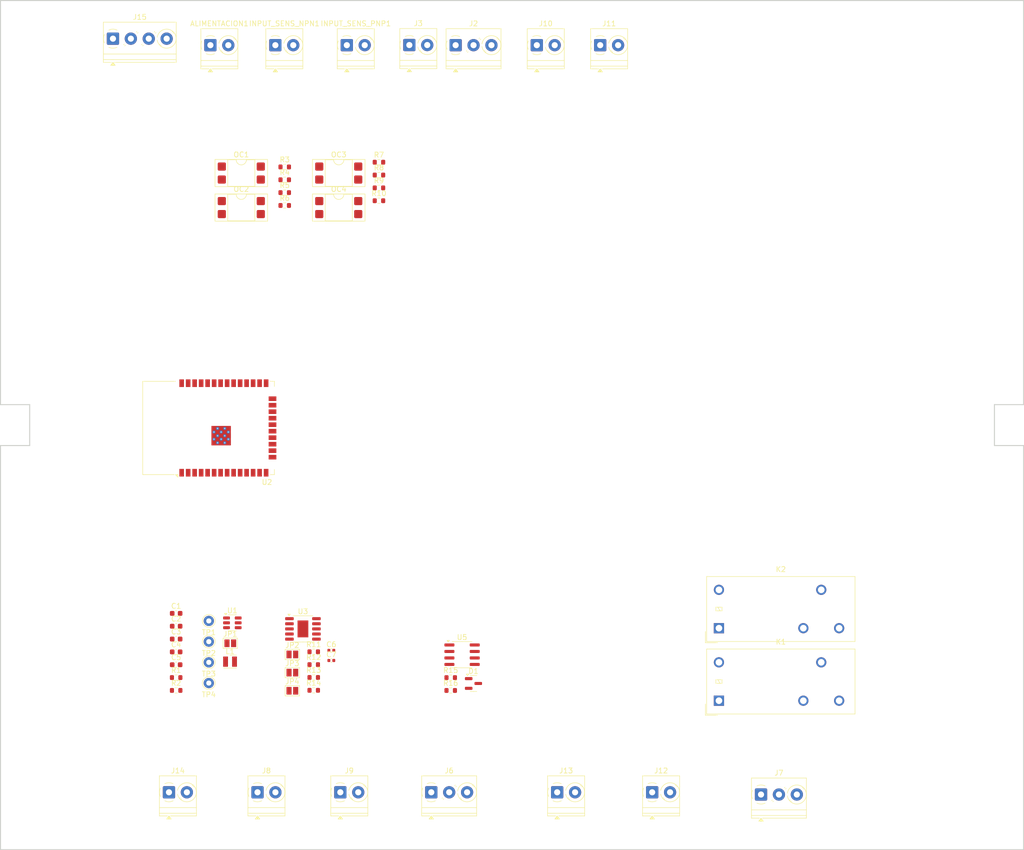
<source format=kicad_pcb>
(kicad_pcb (version 20241229) (generator "pcbnew") (generator_version "9.0")
  (layers (0 "F.Cu" signal) (2 "B.Cu" signal) (13 "F.Paste" user) (15 "B.Paste" user) (5 "F.SilkS" user "F.Silkscreen") (7 "B.SilkS" user "B.Silkscreen") (1 "F.Mask" user) (3 "B.Mask" user) (25 "Edge.Cuts" user))
  (net 0 "")
  (net 1 "/RUN")
  (net 2 "/BOARD/COS")
  (net 3 "/BOARD/STOP")
  (net 4 "GND")
  (net 5 "/RELAY1 NA")
  (net 6 "/RELAY1 NC")
  (net 7 "/RELAY1 COS")
  (net 8 "/RS-485 A")
  (net 9 "/RS-485 B")
  (net 10 "/RELAY2 NA")
  (net 11 "/RELAY2 COS")
  (net 12 "/RELAY2 NC")
  (net 13 "VCC")
  (net 14 "/BOARD/E-NPN 0")
  (net 15 "/BOARD/E-NPN 1")
  (net 16 "/BOARD/E-PNP 1")
  (net 17 "/BOARD/E-PNP 0")
  (net 18 "/BOARD/E-0-32V")
  (net 19 "/S-4-20mA analog")
  (net 20 "/BOARD/S-NPN 1")
  (net 21 "/BOARD/S-NPN 0")
  (net 22 "/BOARD/S-PNP 0")
  (net 23 "/BOARD/S-PNP 1")
  (net 24 "/BOARD/E-0-10V")
  (net 25 "/E-4-20mA analog")
  (net 26 "/BOARD/S-0-10V")
  (net 27 "/BOARD/S-0-32V")
  (net 28 "Net-(JP3-B)")
  (net 29 "Net-(U3-V5V)")
  (net 30 "Net-(JP2-B)")
  (net 31 "Net-(U3-SET)")
  (net 32 "+3.3V")
  (net 33 "Net-(OC4-Pad1)")
  (net 34 "Net-(OC3-Pad1)")
  (net 35 "Net-(U1-FB)")
  (net 36 "Net-(JP1-B)")
  (net 37 "Net-(OC2-Pad1)")
  (net 38 "Net-(OC1-Pad1)")
  (net 39 "Net-(JP4-B)")
  (net 40 "/BOARD/RS485/RS-485 A")
  (net 41 "Net-(U5-A)")
  (net 42 "Net-(U5-B)")
  (net 43 "/BOARD/RS485/RS-485 B")
  (net 44 "/BOARD/RELAY/RELAY2 NA")
  (net 45 "/BOARD/RELAY/ACT_RELAY2")
  (net 46 "/BOARD/RELAY/RELAY2 NC")
  (net 47 "/BOARD/RELAY/RELAY2 COS")
  (net 48 "/BOARD/RELAY/RELAY1 NC")
  (net 49 "/BOARD/RELAY/RELAY1 NA")
  (net 50 "/BOARD/RELAY/ACT_RELAY1")
  (net 51 "/BOARD/RELAY/RELAY1 COS")
  (net 74 "+5V")
  (net 87 "Net-(U1-BST)")
  (net 88 "Net-(U1-SW)")
  (net 92 "/BOARD/RS485/UART_TX")
  (net 93 "/BOARD/RS485/UART_RX")
  (net 94 "/BOARD/RS485/~{TX}{slash}RX")
  (footprint "TerminalBlock_Phoenix:TerminalBlock_Phoenix_PT-1,5-2-3.5-H_1x02_P3.50mm_Horizontal" (layer "F.Cu") (at 214.15 215.9)
    (property "Reference" "J13" (at 1.75 -4.22 0) (layer "F.SilkS"))
    (property "Value" "salida 0-32")
    (pad "1" thru_hole roundrect (at 0 0) (size 2.4 2.4) (drill 1.2) (layers "*.Cu" "*.Mask") (roundrect_rratio 0.104167) (net 27 "/BOARD/S-0-32V"))
    (pad "2" thru_hole circle (at 3.5 0) (size 2.4 2.4) (drill 1.2) (layers "*.Cu" "*.Mask") (net 4 "GND"))
  )
  (footprint "Package_DIP:DIP-4_W7.62mm_SMDSocket_SmallPads" (layer "F.Cu") (at 152.4 94.85)
    (property "Reference" "OC1" (at 0 -3.6 0) (layer "F.SilkS"))
    (property "Value" "PC817")
    (pad "1" smd roundrect (at -3.81 -1.27) (size 1.6 1.6) (layers "F.Cu" "F.Mask" "F.Paste") (roundrect_rratio 0.15625) (net 38 "Net-(OC1-Pad1)"))
    (pad "2" smd roundrect (at -3.81 1.27) (size 1.6 1.6) (layers "F.Cu" "F.Mask" "F.Paste") (roundrect_rratio 0.15625) (net 4 "GND"))
    (pad "3" smd roundrect (at 3.81 1.27) (size 1.6 1.6) (layers "F.Cu" "F.Mask" "F.Paste") (roundrect_rratio 0.15625) (net 4 "GND"))
    (pad "4" smd roundrect (at 3.81 -1.27) (size 1.6 1.6) (layers "F.Cu" "F.Mask" "F.Paste") (roundrect_rratio 0.15625) (net 21 "/BOARD/S-NPN 0"))
  )
  (footprint "Capacitor_SMD:C_0603_1608Metric" (layer "F.Cu") (at 139.665 190.965)
    (property "Reference" "C5" (at 0 -1.43 0) (layer "F.SilkS"))
    (property "Value" "22uF")
    (pad "1" smd roundrect (at -0.775 0) (size 0.9 0.95) (layers "F.Cu" "F.Mask" "F.Paste") (net 4 "GND"))
    (pad "2" smd roundrect (at 0.775 0) (size 0.9 0.95) (layers "F.Cu" "F.Mask" "F.Paste") (net 36 "Net-(JP1-B)"))
  )
  (footprint "Resistor_SMD:R_0603_1608Metric" (layer "F.Cu") (at 166.56 190.945)
    (property "Reference" "R12" (at 0 -1.43 0) (layer "F.SilkS"))
    (property "Value" "10k")
    (pad "1" smd roundrect (at -0.825 0) (size 0.8 0.95) (layers "F.Cu" "F.Mask" "F.Paste") (net 29 "Net-(U3-V5V)"))
    (pad "2" smd roundrect (at 0.825 0) (size 0.8 0.95) (layers "F.Cu" "F.Mask" "F.Paste") (net 28 "Net-(JP3-B)"))
  )
  (footprint "Resistor_SMD:R_0603_1608Metric" (layer "F.Cu") (at 166.56 193.455)
    (property "Reference" "R13" (at 0 -1.43 0) (layer "F.SilkS"))
    (property "Value" "10k")
    (pad "1" smd roundrect (at -0.825 0) (size 0.8 0.95) (layers "F.Cu" "F.Mask" "F.Paste") (net 29 "Net-(U3-V5V)"))
    (pad "2" smd roundrect (at 0.825 0) (size 0.8 0.95) (layers "F.Cu" "F.Mask" "F.Paste") (net 39 "Net-(JP4-B)"))
  )
  (footprint "Resistor_SMD:R_0603_1608Metric" (layer "F.Cu") (at 166.56 188.435)
    (property "Reference" "R11" (at 0 -1.43 0) (layer "F.SilkS"))
    (property "Value" "10k")
    (pad "1" smd roundrect (at -0.825 0) (size 0.8 0.95) (layers "F.Cu" "F.Mask" "F.Paste") (net 29 "Net-(U3-V5V)"))
    (pad "2" smd roundrect (at 0.825 0) (size 0.8 0.95) (layers "F.Cu" "F.Mask" "F.Paste") (net 30 "Net-(JP2-B)"))
  )
  (footprint "Resistor_SMD:R_0603_1608Metric" (layer "F.Cu") (at 160.89 98.675)
    (property "Reference" "R5" (at 0 -1.43 0) (layer "F.SilkS"))
    (property "Value" "550")
    (pad "1" smd roundrect (at -0.825 0) (size 0.8 0.95) (layers "F.Cu" "F.Mask" "F.Paste") (net 21 "/BOARD/S-NPN 0"))
    (pad "2" smd roundrect (at 0.825 0) (size 0.8 0.95) (layers "F.Cu" "F.Mask" "F.Paste") (net 32 "+3.3V"))
  )
  (footprint "Resistor_SMD:R_0603_1608Metric" (layer "F.Cu") (at 139.665 195.985)
    (property "Reference" "R2" (at 0 -1.43 0) (layer "F.SilkS"))
    (property "Value" "22k")
    (pad "1" smd roundrect (at -0.825 0) (size 0.8 0.95) (layers "F.Cu" "F.Mask" "F.Paste") (net 4 "GND"))
    (pad "2" smd roundrect (at 0.825 0) (size 0.8 0.95) (layers "F.Cu" "F.Mask" "F.Paste") (net 35 "Net-(U1-FB)"))
  )
  (footprint "Jumper:SolderJumper-2_P1.3mm_Open_Pad1.0x1.5mm" (layer "F.Cu") (at 150.25 186.77)
    (property "Reference" "JP1" (at 0 -1.8 0) (layer "F.SilkS"))
    (property "Value" "SolderJumper_2_Open")
    (pad "1" smd rect (at -0.65 0) (size 1 1.5) (layers "F.Cu" "F.Mask") (net 32 "+3.3V"))
    (pad "2" smd rect (at 0.65 0) (size 1 1.5) (layers "F.Cu" "F.Mask") (net 36 "Net-(JP1-B)"))
  )
  (footprint "Capacitor_SMD:C_0603_1608Metric" (layer "F.Cu") (at 139.665 188.455)
    (property "Reference" "C4" (at 0 -1.43 0) (layer "F.SilkS"))
    (property "Value" "22uF")
    (pad "1" smd roundrect (at -0.775 0) (size 0.9 0.95) (layers "F.Cu" "F.Mask" "F.Paste") (net 4 "GND"))
    (pad "2" smd roundrect (at 0.775 0) (size 0.9 0.95) (layers "F.Cu" "F.Mask" "F.Paste") (net 36 "Net-(JP1-B)"))
  )
  (footprint "TerminalBlock_Phoenix:TerminalBlock_Phoenix_PT-1,5-3-3.5-H_1x03_P3.50mm_Horizontal" (layer "F.Cu") (at 254 216.3375)
    (property "Reference" "J7" (at 3.5 -4.22 0) (layer "F.SilkS"))
    (property "Value" "relay1 out")
    (pad "1" thru_hole roundrect (at 0 0) (size 2.4 2.4) (drill 1.2) (layers "*.Cu" "*.Mask") (roundrect_rratio 0.104167) (net 6 "/RELAY1 NC"))
    (pad "2" thru_hole circle (at 3.5 0) (size 2.4 2.4) (drill 1.2) (layers "*.Cu" "*.Mask") (net 7 "/RELAY1 COS"))
    (pad "3" thru_hole circle (at 7 0) (size 2.4 2.4) (drill 1.2) (layers "*.Cu" "*.Mask") (net 5 "/RELAY1 NA"))
  )
  (footprint "Resistor_SMD:R_0603_1608Metric" (layer "F.Cu") (at 193.3375 195.995)
    (property "Reference" "R16" (at 0 -1.43 0) (layer "F.SilkS"))
    (property "Value" "120")
    (pad "1" smd roundrect (at -0.825 0) (size 0.8 0.95) (layers "F.Cu" "F.Mask" "F.Paste") (net 42 "Net-(U5-B)"))
    (pad "2" smd roundrect (at 0.825 0) (size 0.8 0.95) (layers "F.Cu" "F.Mask" "F.Paste") (net 43 "/BOARD/RS485/RS-485 B"))
  )
  (footprint "Connector_Pin:Pin_D1.0mm_L10.0mm" (layer "F.Cu") (at 146.05 190.5)
    (property "Reference" "TP3" (at 0 2.25 0) (layer "F.SilkS"))
    (property "Value" "TestPoint")
    (pad "1" thru_hole circle (at 0 0) (size 2 2) (drill 1) (layers "*.Cu" "*.Mask") (net 13 "VCC"))
  )
  (footprint "TerminalBlock_Phoenix:TerminalBlock_Phoenix_PT-1,5-2-3.5-H_1x02_P3.50mm_Horizontal" (layer "F.Cu") (at 171.76 215.9)
    (property "Reference" "J9" (at 1.75 -4.22 0) (layer "F.SilkS"))
    (property "Value" "Salida pnp")
    (pad "1" thru_hole roundrect (at 0 0) (size 2.4 2.4) (drill 1.2) (layers "*.Cu" "*.Mask") (roundrect_rratio 0.104167) (net 22 "/BOARD/S-PNP 0"))
    (pad "2" thru_hole circle (at 3.5 0) (size 2.4 2.4) (drill 1.2) (layers "*.Cu" "*.Mask") (net 23 "/BOARD/S-PNP 1"))
  )
  (footprint "TerminalBlock_Phoenix:TerminalBlock_Phoenix_PT-1,5-2-3.5-H_1x02_P3.50mm_Horizontal" (layer "F.Cu") (at 222.56 69.85)
    (property "Reference" "J11" (at 1.75 -4.22 0) (layer "F.SilkS"))
    (property "Value" "4-20mA")
    (pad "1" thru_hole roundrect (at 0 0) (size 2.4 2.4) (drill 1.2) (layers "*.Cu" "*.Mask") (roundrect_rratio 0.104167) (net 25 "/E-4-20mA analog"))
    (pad "2" thru_hole circle (at 3.5 0) (size 2.4 2.4) (drill 1.2) (layers "*.Cu" "*.Mask") (net 4 "GND"))
  )
  (footprint "Package_TO_SOT_SMD:TSOT-23-6" (layer "F.Cu") (at 150.65 182.775)
    (property "Reference" "U1" (at 0 -2.4 0) (layer "F.SilkS"))
    (property "Value" "AP63203WU")
    (pad "1" smd roundrect (at -1.1375 -0.95) (size 1.325 0.6) (layers "F.Cu" "F.Mask" "F.Paste") (net 35 "Net-(U1-FB)"))
    (pad "2" smd roundrect (at -1.1375 0) (size 1.325 0.6) (layers "F.Cu" "F.Mask" "F.Paste") (net 13 "VCC"))
    (pad "3" smd roundrect (at -1.1375 0.95) (size 1.325 0.6) (layers "F.Cu" "F.Mask" "F.Paste") (net 13 "VCC"))
    (pad "4" smd roundrect (at 1.1375 0.95) (size 1.325 0.6) (layers "F.Cu" "F.Mask" "F.Paste") (net 4 "GND"))
    (pad "5" smd roundrect (at 1.1375 0) (size 1.325 0.6) (layers "F.Cu" "F.Mask" "F.Paste") (net 88 "Net-(U1-SW)"))
    (pad "6" smd roundrect (at 1.1375 -0.95) (size 1.325 0.6) (layers "F.Cu" "F.Mask" "F.Paste") (net 87 "Net-(U1-BST)"))
  )
  (footprint "Resistor_SMD:R_0603_1608Metric" (layer "F.Cu") (at 179.31 95.24)
    (property "Reference" "R8" (at 0 -1.43 0) (layer "F.SilkS"))
    (property "Value" "1K")
    (pad "1" smd roundrect (at -0.825 0) (size 0.8 0.95) (layers "F.Cu" "F.Mask" "F.Paste") (net 16 "/BOARD/E-PNP 1"))
    (pad "2" smd roundrect (at 0.825 0) (size 0.8 0.95) (layers "F.Cu" "F.Mask" "F.Paste") (net 33 "Net-(OC4-Pad1)"))
  )
  (footprint "Resistor_SMD:R_0603_1608Metric" (layer "F.Cu") (at 160.89 101.185)
    (property "Reference" "R6" (at 0 -1.43 0) (layer "F.SilkS"))
    (property "Value" "550")
    (pad "1" smd roundrect (at -0.825 0) (size 0.8 0.95) (layers "F.Cu" "F.Mask" "F.Paste") (net 20 "/BOARD/S-NPN 1"))
    (pad "2" smd roundrect (at 0.825 0) (size 0.8 0.95) (layers "F.Cu" "F.Mask" "F.Paste") (net 32 "+3.3V"))
  )
  (footprint "TerminalBlock_Phoenix:TerminalBlock_Phoenix_PT-1,5-2-3.5-H_1x02_P3.50mm_Horizontal" (layer "F.Cu") (at 138.26 215.9)
    (property "Reference" "J14" (at 1.75 -4.22 0) (layer "F.SilkS"))
    (property "Value" "salida 4-20mA")
    (pad "1" thru_hole roundrect (at 0 0) (size 2.4 2.4) (drill 1.2) (layers "*.Cu" "*.Mask") (roundrect_rratio 0.104167) (net 19 "/S-4-20mA analog"))
    (pad "2" thru_hole circle (at 3.5 0) (size 2.4 2.4) (drill 1.2) (layers "*.Cu" "*.Mask") (net 4 "GND"))
  )
  (footprint "Package_SO:SOIC-8_3.9x4.9mm_P1.27mm" (layer "F.Cu") (at 195.5575 189.005)
    (property "Reference" "U5" (at 0 -3.4 0) (layer "F.SilkS"))
    (property "Value" "SP3485EN")
    (pad "1" smd roundrect (at -2.475 -1.905) (size 1.95 0.6) (layers "F.Cu" "F.Mask" "F.Paste") (net 93 "/BOARD/RS485/UART_RX"))
    (pad "2" smd roundrect (at -2.475 -0.635) (size 1.95 0.6) (layers "F.Cu" "F.Mask" "F.Paste") (net 94 "/BOARD/RS485/~{TX}{slash}RX"))
    (pad "3" smd roundrect (at -2.475 0.635) (size 1.95 0.6) (layers "F.Cu" "F.Mask" "F.Paste") (net 92 "/BOARD/RS485/UART_TX"))
    (pad "4" smd roundrect (at -2.475 1.905) (size 1.95 0.6) (layers "F.Cu" "F.Mask" "F.Paste"))
    (pad "5" smd roundrect (at 2.475 1.905) (size 1.95 0.6) (layers "F.Cu" "F.Mask" "F.Paste") (net 4 "GND"))
    (pad "6" smd roundrect (at 2.475 0.635) (size 1.95 0.6) (layers "F.Cu" "F.Mask" "F.Paste") (net 41 "Net-(U5-A)"))
    (pad "7" smd roundrect (at 2.475 -0.635) (size 1.95 0.6) (layers "F.Cu" "F.Mask" "F.Paste") (net 42 "Net-(U5-B)"))
    (pad "8" smd roundrect (at 2.475 -1.905) (size 1.95 0.6) (layers "F.Cu" "F.Mask" "F.Paste") (net 32 "+3.3V"))
  )
  (footprint "TerminalBlock_Phoenix:TerminalBlock_Phoenix_PT-1,5-2-3.5-H_1x02_P3.50mm_Horizontal" (layer "F.Cu") (at 210.17 69.85)
    (property "Reference" "J10" (at 1.75 -4.22 0) (layer "F.SilkS"))
    (property "Value" "ENTRADA 0-32")
    (pad "1" thru_hole roundrect (at 0 0) (size 2.4 2.4) (drill 1.2) (layers "*.Cu" "*.Mask") (roundrect_rratio 0.104167) (net 24 "/BOARD/E-0-10V"))
    (pad "2" thru_hole circle (at 3.5 0) (size 2.4 2.4) (drill 1.2) (layers "*.Cu" "*.Mask") (net 4 "GND"))
  )
  (footprint "Package_DIP:DIP-4_W7.62mm_SMDSocket_SmallPads" (layer "F.Cu") (at 171.45 94.85)
    (property "Reference" "OC3" (at 0 -3.6 0) (layer "F.SilkS"))
    (property "Value" "PC817")
    (pad "1" smd roundrect (at -3.81 -1.27) (size 1.6 1.6) (layers "F.Cu" "F.Mask" "F.Paste") (roundrect_rratio 0.15625) (net 34 "Net-(OC3-Pad1)"))
    (pad "2" smd roundrect (at -3.81 1.27) (size 1.6 1.6) (layers "F.Cu" "F.Mask" "F.Paste") (roundrect_rratio 0.15625) (net 4 "GND"))
    (pad "3" smd roundrect (at 3.81 1.27) (size 1.6 1.6) (layers "F.Cu" "F.Mask" "F.Paste") (roundrect_rratio 0.15625) (net 4 "GND"))
    (pad "4" smd roundrect (at 3.81 -1.27) (size 1.6 1.6) (layers "F.Cu" "F.Mask" "F.Paste") (roundrect_rratio 0.15625) (net 22 "/BOARD/S-PNP 0"))
  )
  (footprint "TerminalBlock_Phoenix:TerminalBlock_Phoenix_PT-1,5-2-3.5-H_1x02_P3.50mm_Horizontal" (layer "F.Cu") (at 173.03 69.85)
    (property "Reference" "INPUT_SENS_PNP1" (at 1.75 -4.22 0) (layer "F.SilkS"))
    (property "Value" "~")
    (pad "1" thru_hole roundrect (at 0 0) (size 2.4 2.4) (drill 1.2) (layers "*.Cu" "*.Mask") (roundrect_rratio 0.104167) (net 17 "/BOARD/E-PNP 0"))
    (pad "2" thru_hole circle (at 3.5 0) (size 2.4 2.4) (drill 1.2) (layers "*.Cu" "*.Mask") (net 16 "/BOARD/E-PNP 1"))
  )
  (footprint "Resistor_SMD:R_0603_1608Metric" (layer "F.Cu") (at 160.89 93.655)
    (property "Reference" "R3" (at 0 -1.43 0) (layer "F.SilkS"))
    (property "Value" "1K")
    (pad "1" smd roundrect (at -0.825 0) (size 0.8 0.95) (layers "F.Cu" "F.Mask" "F.Paste") (net 14 "/BOARD/E-NPN 0"))
    (pad "2" smd roundrect (at 0.825 0) (size 0.8 0.95) (layers "F.Cu" "F.Mask" "F.Paste") (net 38 "Net-(OC1-Pad1)"))
  )
  (footprint "Jumper:SolderJumper-2_P1.3mm_Open_Pad1.0x1.5mm" (layer "F.Cu") (at 162.38 192.505)
    (property "Reference" "JP3" (at 0 -1.8 0) (layer "F.SilkS"))
    (property "Value" "SolderJumper_2_Open")
    (pad "1" smd rect (at -0.65 0) (size 1 1.5) (layers "F.Cu" "F.Mask") (net 4 "GND"))
    (pad "2" smd rect (at 0.65 0) (size 1 1.5) (layers "F.Cu" "F.Mask") (net 28 "Net-(JP3-B)"))
  )
  (footprint "Package_DIP:DIP-4_W7.62mm_SMDSocket_SmallPads" (layer "F.Cu") (at 152.4 101.6)
    (property "Reference" "OC2" (at 0 -3.6 0) (layer "F.SilkS"))
    (property "Value" "PC817")
    (pad "1" smd roundrect (at -3.81 -1.27) (size 1.6 1.6) (layers "F.Cu" "F.Mask" "F.Paste") (roundrect_rratio 0.15625) (net 37 "Net-(OC2-Pad1)"))
    (pad "2" smd roundrect (at -3.81 1.27) (size 1.6 1.6) (layers "F.Cu" "F.Mask" "F.Paste") (roundrect_rratio 0.15625) (net 4 "GND"))
    (pad "3" smd roundrect (at 3.81 1.27) (size 1.6 1.6) (layers "F.Cu" "F.Mask" "F.Paste") (roundrect_rratio 0.15625) (net 4 "GND"))
    (pad "4" smd roundrect (at 3.81 -1.27) (size 1.6 1.6) (layers "F.Cu" "F.Mask" "F.Paste") (roundrect_rratio 0.15625) (net 20 "/BOARD/S-NPN 1"))
  )
  (footprint "TerminalBlock_Phoenix:TerminalBlock_Phoenix_PT-1,5-2-3.5-H_1x02_P3.50mm_Horizontal" (layer "F.Cu") (at 185.25 69.825)
    (property "Reference" "J3" (at 1.75 -4.22 0) (layer "F.SilkS"))
    (property "Value" "ENTRADA 0-32")
    (pad "1" thru_hole roundrect (at 0 0) (size 2.4 2.4) (drill 1.2) (layers "*.Cu" "*.Mask") (roundrect_rratio 0.104167) (net 18 "/BOARD/E-0-32V"))
    (pad "2" thru_hole circle (at 3.5 0) (size 2.4 2.4) (drill 1.2) (layers "*.Cu" "*.Mask") (net 4 "GND"))
  )
  (footprint "TerminalBlock_Phoenix:TerminalBlock_Phoenix_PT-1,5-3-3.5-H_1x03_P3.50mm_Horizontal" (layer "F.Cu") (at 194.3 69.85)
    (property "Reference" "J2" (at 3.5 -4.22 0) (layer "F.SilkS"))
    (property "Value" "RS485")
    (pad "1" thru_hole roundrect (at 0 0) (size 2.4 2.4) (drill 1.2) (layers "*.Cu" "*.Mask") (roundrect_rratio 0.104167) (net 8 "/RS-485 A"))
    (pad "2" thru_hole circle (at 3.5 0) (size 2.4 2.4) (drill 1.2) (layers "*.Cu" "*.Mask") (net 9 "/RS-485 B"))
    (pad "3" thru_hole circle (at 7 0) (size 2.4 2.4) (drill 1.2) (layers "*.Cu" "*.Mask") (net 4 "GND"))
  )
  (footprint "TerminalBlock_Phoenix:TerminalBlock_Phoenix_PT-1,5-3-3.5-H_1x03_P3.50mm_Horizontal" (layer "F.Cu") (at 189.54 215.9)
    (property "Reference" "J6" (at 3.5 -4.22 0) (layer "F.SilkS"))
    (property "Value" "relay1 out")
    (pad "1" thru_hole roundrect (at 0 0) (size 2.4 2.4) (drill 1.2) (layers "*.Cu" "*.Mask") (roundrect_rratio 0.104167) (net 10 "/RELAY2 NA"))
    (pad "2" thru_hole circle (at 3.5 0) (size 2.4 2.4) (drill 1.2) (layers "*.Cu" "*.Mask") (net 11 "/RELAY2 COS"))
    (pad "3" thru_hole circle (at 7 0) (size 2.4 2.4) (drill 1.2) (layers "*.Cu" "*.Mask") (net 12 "/RELAY2 NC"))
  )
  (footprint "Resistor_SMD:R_0603_1608Metric" (layer "F.Cu") (at 166.56 195.965)
    (property "Reference" "R14" (at 0 -1.43 0) (layer "F.SilkS"))
    (property "Value" "2.5k")
    (pad "1" smd roundrect (at -0.825 0) (size 0.8 0.95) (layers "F.Cu" "F.Mask" "F.Paste") (net 31 "Net-(U3-SET)"))
    (pad "2" smd roundrect (at 0.825 0) (size 0.8 0.95) (layers "F.Cu" "F.Mask" "F.Paste") (net 4 "GND"))
  )
  (footprint "Relay_THT:Relay_SPDT_Omron_G2RL-1" (layer "F.Cu") (at 245.7725 197.9975 90)
    (property "Reference" "K1" (at 11.5 12.1 0) (layer "F.SilkS"))
    (property "Value" "G2RL-1")
    (pad "11" thru_hole circle (at 7.5 20 90) (size 2 2) (drill 1.3) (layers "*.Cu" "*.Mask") (net 51 "/BOARD/RELAY/RELAY1 COS"))
    (pad "12" thru_hole circle (at 0 16.5 90) (size 2 2) (drill 1.3) (layers "*.Cu" "*.Mask") (net 48 "/BOARD/RELAY/RELAY1 NC"))
    (pad "14" thru_hole circle (at 0 23.5 90) (size 2 2) (drill 1.3) (layers "*.Cu" "*.Mask") (net 49 "/BOARD/RELAY/RELAY1 NA"))
    (pad "A1" thru_hole rect (at 0 0 90) (size 2 2) (drill 1.3) (layers "*.Cu" "*.Mask") (net 13 "VCC"))
    (pad "A2" thru_hole circle (at 7.5 0 90) (size 2 2) (drill 1.3) (layers "*.Cu" "*.Mask") (net 50 "/BOARD/RELAY/ACT_RELAY1"))
  )
  (footprint "Resistor_SMD:R_0603_1608Metric" (layer "F.Cu") (at 179.31 100.26)
    (property "Reference" "R10" (at 0 -1.43 0) (layer "F.SilkS"))
    (property "Value" "550")
    (pad "1" smd roundrect (at -0.825 0) (size 0.8 0.95) (layers "F.Cu" "F.Mask" "F.Paste") (net 23 "/BOARD/S-PNP 1"))
    (pad "2" smd roundrect (at 0.825 0) (size 0.8 0.95) (layers "F.Cu" "F.Mask" "F.Paste") (net 32 "+3.3V"))
  )
  (footprint "Capacitor_SMD:C_0603_1608Metric" (layer "F.Cu") (at 139.665 185.945)
    (property "Reference" "C3" (at 0 -1.43 0) (layer "F.SilkS"))
    (property "Value" "10pF")
    (pad "1" smd roundrect (at -0.775 0) (size 0.9 0.95) (layers "F.Cu" "F.Mask" "F.Paste") (net 35 "Net-(U1-FB)"))
    (pad "2" smd roundrect (at 0.775 0) (size 0.9 0.95) (layers "F.Cu" "F.Mask" "F.Paste") (net 36 "Net-(JP1-B)"))
  )
  (footprint "Jumper:SolderJumper-2_P1.3mm_Open_Pad1.0x1.5mm" (layer "F.Cu") (at 162.38 196.055)
    (property "Reference" "JP4" (at 0 -1.8 0) (layer "F.SilkS"))
    (property "Value" "SolderJumper_2_Open")
    (pad "1" smd rect (at -0.65 0) (size 1 1.5) (layers "F.Cu" "F.Mask") (net 4 "GND"))
    (pad "2" smd rect (at 0.65 0) (size 1 1.5) (layers "F.Cu" "F.Mask") (net 39 "Net-(JP4-B)"))
  )
  (footprint "Resistor_SMD:R_0603_1608Metric" (layer "F.Cu") (at 179.31 97.75)
    (property "Reference" "R9" (at 0 -1.43 0) (layer "F.SilkS"))
    (property "Value" "550")
    (pad "1" smd roundrect (at -0.825 0) (size 0.8 0.95) (layers "F.Cu" "F.Mask" "F.Paste") (net 22 "/BOARD/S-PNP 0"))
    (pad "2" smd roundrect (at 0.825 0) (size 0.8 0.95) (layers "F.Cu" "F.Mask" "F.Paste") (net 32 "+3.3V"))
  )
  (footprint "Capacitor_SMD:C_0603_1608Metric" (layer "F.Cu") (at 139.665 183.435)
    (property "Reference" "C2" (at 0 -1.43 0) (layer "F.SilkS"))
    (property "Value" "100nF")
    (pad "1" smd roundrect (at -0.775 0) (size 0.9 0.95) (layers "F.Cu" "F.Mask" "F.Paste") (net 87 "Net-(U1-BST)"))
    (pad "2" smd roundrect (at 0.775 0) (size 0.9 0.95) (layers "F.Cu" "F.Mask" "F.Paste") (net 88 "Net-(U1-SW)"))
  )
  (footprint "TerminalBlock_Phoenix:TerminalBlock_Phoenix_PT-1,5-2-3.5-H_1x02_P3.50mm_Horizontal" (layer "F.Cu") (at 146.36 69.85)
    (property "Reference" "ALIMENTACION1" (at 1.75 -4.22 0) (layer "F.SilkS"))
    (property "Value" "5-24V")
    (pad "1" thru_hole roundrect (at 0 0) (size 2.4 2.4) (drill 1.2) (layers "*.Cu" "*.Mask") (roundrect_rratio 0.104167) (net 13 "VCC"))
    (pad "2" thru_hole circle (at 3.5 0) (size 2.4 2.4) (drill 1.2) (layers "*.Cu" "*.Mask") (net 4 "GND"))
  )
  (footprint "Connector_Pin:Pin_D1.0mm_L10.0mm" (layer "F.Cu") (at 146.05 182.4)
    (property "Reference" "TP1" (at 0 2.25 0) (layer "F.SilkS"))
    (property "Value" "TestPoint")
    (pad "1" thru_hole circle (at 0 0) (size 2 2) (drill 1) (layers "*.Cu" "*.Mask") (net 35 "Net-(U1-FB)"))
  )
  (footprint "TerminalBlock_Phoenix:TerminalBlock_Phoenix_PT-1,5-2-3.5-H_1x02_P3.50mm_Horizontal" (layer "F.Cu") (at 159.06 69.85)
    (property "Reference" "INPUT_SENS_NPN1" (at 1.75 -4.22 0) (layer "F.SilkS"))
    (property "Value" "~")
    (pad "1" thru_hole roundrect (at 0 0) (size 2.4 2.4) (drill 1.2) (layers "*.Cu" "*.Mask") (roundrect_rratio 0.104167) (net 14 "/BOARD/E-NPN 0"))
    (pad "2" thru_hole circle (at 3.5 0) (size 2.4 2.4) (drill 1.2) (layers "*.Cu" "*.Mask") (net 15 "/BOARD/E-NPN 1"))
  )
  (footprint "Connector_Pin:Pin_D1.0mm_L10.0mm" (layer "F.Cu") (at 146.05 186.45)
    (property "Reference" "TP2" (at 0 2.25 0) (layer "F.SilkS"))
    (property "Value" "TestPoint")
    (pad "1" thru_hole circle (at 0 0) (size 2 2) (drill 1) (layers "*.Cu" "*.Mask") (net 36 "Net-(JP1-B)"))
  )
  (footprint "TerminalBlock_Phoenix:TerminalBlock_Phoenix_PT-1,5-2-3.5-H_1x02_P3.50mm_Horizontal" (layer "F.Cu") (at 232.72 215.9)
    (property "Reference" "J12" (at 1.75 -4.22 0) (layer "F.SilkS"))
    (property "Value" "salida 0-10")
    (pad "1" thru_hole roundrect (at 0 0) (size 2.4 2.4) (drill 1.2) (layers "*.Cu" "*.Mask") (roundrect_rratio 0.104167) (net 26 "/BOARD/S-0-10V"))
    (pad "2" thru_hole circle (at 3.5 0) (size 2.4 2.4) (drill 1.2) (layers "*.Cu" "*.Mask") (net 4 "GND"))
  )
  (footprint "Capacitor_SMD:C_0603_1608Metric" (layer "F.Cu") (at 139.665 180.925)
    (property "Reference" "C1" (at 0 -1.43 0) (layer "F.SilkS"))
    (property "Value" "10uF")
    (pad "1" smd roundrect (at -0.775 0) (size 0.9 0.95) (layers "F.Cu" "F.Mask" "F.Paste") (net 13 "VCC"))
    (pad "2" smd roundrect (at 0.775 0) (size 0.9 0.95) (layers "F.Cu" "F.Mask" "F.Paste") (net 4 "GND"))
  )
  (footprint "Package_SO:SSOP-10-1EP_3.9x4.9mm_P1mm_EP2.1x3.3mm" (layer "F.Cu") (at 164.45 183.96)
    (property "Reference" "U3" (at 0 -3.4 0) (layer "F.SilkS"))
    (property "Value" "~")
    (pad "1" smd roundrect (at -2.6375 -2) (size 1.675 0.6) (layers "F.Cu" "F.Mask" "F.Paste"))
    (pad "2" smd roundrect (at -2.6375 -1) (size 1.675 0.6) (layers "F.Cu" "F.Mask" "F.Paste"))
    (pad "3" smd roundrect (at -2.6375 0) (size 1.675 0.6) (layers "F.Cu" "F.Mask" "F.Paste") (net 39 "Net-(JP4-B)"))
    (pad "4" smd roundrect (at -2.6375 1) (size 1.675 0.6) (layers "F.Cu" "F.Mask" "F.Paste") (net 28 "Net-(JP3-B)"))
    (pad "5" smd roundrect (at -2.6375 2) (size 1.675 0.6) (layers "F.Cu" "F.Mask" "F.Paste") (net 13 "VCC"))
    (pad "6" smd roundrect (at 2.6375 2) (size 1.675 0.6) (layers "F.Cu" "F.Mask" "F.Paste") (net 4 "GND"))
    (pad "7" smd roundrect (at 2.6375 1) (size 1.675 0.6) (layers "F.Cu" "F.Mask" "F.Paste") (net 31 "Net-(U3-SET)"))
    (pad "8" smd roundrect (at 2.6375 0) (size 1.675 0.6) (layers "F.Cu" "F.Mask" "F.Paste"))
    (pad "9" smd roundrect (at 2.6375 -1) (size 1.675 0.6) (layers "F.Cu" "F.Mask" "F.Paste") (net 30 "Net-(JP2-B)"))
    (pad "10" smd roundrect (at 2.6375 -2) (size 1.675 0.6) (layers "F.Cu" "F.Mask" "F.Paste") (net 29 "Net-(U3-V5V)"))
    (pad "11" smd rect (at 0 0) (size 2.1 3.3) (property pad_prop_heatsink) (layers "F.Cu" "F.Mask"))
  )
  (footprint "Resistor_SMD:R_0603_1608Metric" (layer "F.Cu") (at 160.89 96.165)
    (property "Reference" "R4" (at 0 -1.43 0) (layer "F.SilkS"))
    (property "Value" "1K")
    (pad "1" smd roundrect (at -0.825 0) (size 0.8 0.95) (layers "F.Cu" "F.Mask" "F.Paste") (net 15 "/BOARD/E-NPN 1"))
    (pad "2" smd roundrect (at 0.825 0) (size 0.8 0.95) (layers "F.Cu" "F.Mask" "F.Paste") (net 37 "Net-(OC2-Pad1)"))
  )
  (footprint "TerminalBlock_Phoenix:TerminalBlock_Phoenix_PT-1,5-2-3.5-H_1x02_P3.50mm_Horizontal" (layer "F.Cu") (at 155.57 215.9)
    (property "Reference" "J8" (at 1.75 -4.22 0) (layer "F.SilkS"))
    (property "Value" "Salida npn")
    (pad "1" thru_hole roundrect (at 0 0) (size 2.4 2.4) (drill 1.2) (layers "*.Cu" "*.Mask") (roundrect_rratio 0.104167) (net 21 "/BOARD/S-NPN 0"))
    (pad "2" thru_hole circle (at 3.5 0) (size 2.4 2.4) (drill 1.2) (layers "*.Cu" "*.Mask") (net 20 "/BOARD/S-NPN 1"))
  )
  (footprint "Capacitor_SMD:C_0402_1005Metric" (layer "F.Cu") (at 170 190.135)
    (property "Reference" "C7" (at 0 -1.16 0) (layer "F.SilkS"))
    (property "Value" "1uF")
    (pad "1" smd roundrect (at -0.48 0) (size 0.56 0.62) (layers "F.Cu" "F.Mask" "F.Paste") (net 29 "Net-(U3-V5V)"))
    (pad "2" smd roundrect (at 0.48 0) (size 0.56 0.62) (layers "F.Cu" "F.Mask" "F.Paste") (net 4 "GND"))
  )
  (footprint "Jumper:SolderJumper-2_P1.3mm_Open_Pad1.0x1.5mm" (layer "F.Cu") (at 162.38 188.955)
    (property "Reference" "JP2" (at 0 -1.8 0) (layer "F.SilkS"))
    (property "Value" "SolderJumper_2_Open")
    (pad "1" smd rect (at -0.65 0) (size 1 1.5) (layers "F.Cu" "F.Mask") (net 4 "GND"))
    (pad "2" smd rect (at 0.65 0) (size 1 1.5) (layers "F.Cu" "F.Mask") (net 30 "Net-(JP2-B)"))
  )
  (footprint "Package_DIP:DIP-4_W7.62mm_SMDSocket_SmallPads" (layer "F.Cu") (at 171.45 101.6)
    (property "Reference" "OC4" (at 0 -3.6 0) (layer "F.SilkS"))
    (property "Value" "PC817")
    (pad "1" smd roundrect (at -3.81 -1.27) (size 1.6 1.6) (layers "F.Cu" "F.Mask" "F.Paste") (roundrect_rratio 0.15625) (net 33 "Net-(OC4-Pad1)"))
    (pad "2" smd roundrect (at -3.81 1.27) (size 1.6 1.6) (layers "F.Cu" "F.Mask" "F.Paste") (roundrect_rratio 0.15625) (net 4 "GND"))
    (pad "3" smd roundrect (at 3.81 1.27) (size 1.6 1.6) (layers "F.Cu" "F.Mask" "F.Paste") (roundrect_rratio 0.15625) (net 4 "GND"))
    (pad "4" smd roundrect (at 3.81 -1.27) (size 1.6 1.6) (layers "F.Cu" "F.Mask" "F.Paste") (roundrect_rratio 0.15625) (net 23 "/BOARD/S-PNP 1"))
  )
  (footprint "RF_Module:ESP32-WROOM-32D" (layer "F.Cu") (at 148.99 144.68 90)
    (property "Reference" "U2" (at -10.61 8.43 0) (layer "F.SilkS"))
    (property "Value" "ESP32-WROOM-32D")
    (pad "1" smd rect (at -8.75 -8.25 90) (size 1.5 0.9) (layers "F.Cu" "F.Mask" "F.Paste") (net 4 "GND"))
    (pad "2" smd rect (at -8.75 -6.98 90) (size 1.5 0.9) (layers "F.Cu" "F.Mask" "F.Paste") (net 74 "+5V"))
    (pad "3" smd rect (at -8.75 -5.71 90) (size 1.5 0.9) (layers "F.Cu" "F.Mask" "F.Paste"))
    (pad "4" smd rect (at -8.75 -4.44 90) (size 1.5 0.9) (layers "F.Cu" "F.Mask" "F.Paste"))
    (pad "5" smd rect (at -8.75 -3.17 90) (size 1.5 0.9) (layers "F.Cu" "F.Mask" "F.Paste"))
    (pad "6" smd rect (at -8.75 -1.9 90) (size 1.5 0.9) (layers "F.Cu" "F.Mask" "F.Paste"))
    (pad "7" smd rect (at -8.75 -0.63 90) (size 1.5 0.9) (layers "F.Cu" "F.Mask" "F.Paste"))
    (pad "8" smd rect (at -8.75 0.64 90) (size 1.5 0.9) (layers "F.Cu" "F.Mask" "F.Paste"))
    (pad "9" smd rect (at -8.75 1.91 90) (size 1.5 0.9) (layers "F.Cu" "F.Mask" "F.Paste"))
    (pad "10" smd rect (at -8.75 3.18 90) (size 1.5 0.9) (layers "F.Cu" "F.Mask" "F.Paste"))
    (pad "11" smd rect (at -8.75 4.45 90) (size 1.5 0.9) (layers "F.Cu" "F.Mask" "F.Paste"))
    (pad "12" smd rect (at -8.75 5.72 90) (size 1.5 0.9) (layers "F.Cu" "F.Mask" "F.Paste"))
    (pad "13" smd rect (at -8.75 6.99 90) (size 1.5 0.9) (layers "F.Cu" "F.Mask" "F.Paste"))
    (pad "14" smd rect (at -8.75 8.26 90) (size 1.5 0.9) (layers "F.Cu" "F.Mask" "F.Paste"))
    (pad "15" smd rect (at -5.71 9.51 180) (size 1.5 0.9) (layers "F.Cu" "F.Mask" "F.Paste") (net 4 "GND"))
    (pad "16" smd rect (at -4.44 9.51 180) (size 1.5 0.9) (layers "F.Cu" "F.Mask" "F.Paste"))
    (pad "17" smd rect (at -3.17 9.51 180) (size 1.5 0.9) (layers "F.Cu" "F.Mask" "F.Paste"))
    (pad "18" smd rect (at -1.9 9.51 180) (size 1.5 0.9) (layers "F.Cu" "F.Mask" "F.Paste"))
    (pad "19" smd rect (at -0.63 9.51 180) (size 1.5 0.9) (layers "F.Cu" "F.Mask" "F.Paste"))
    (pad "20" smd rect (at 0.64 9.51 180) (size 1.5 0.9) (layers "F.Cu" "F.Mask" "F.Paste"))
    (pad "21" smd rect (at 1.91 9.51 180) (size 1.5 0.9) (layers "F.Cu" "F.Mask" "F.Paste"))
    (pad "22" smd rect (at 3.18 9.51 180) (size 1.5 0.9) (layers "F.Cu" "F.Mask" "F.Paste"))
    (pad "23" smd rect (at 4.45 9.51 180) (size 1.5 0.9) (layers "F.Cu" "F.Mask" "F.Paste"))
    (pad "24" smd rect (at 5.72 9.51 180) (size 1.5 0.9) (layers "F.Cu" "F.Mask" "F.Paste"))
    (pad "25" smd rect (at 8.75 8.26 90) (size 1.5 0.9) (layers "F.Cu" "F.Mask" "F.Paste"))
    (pad "26" smd rect (at 8.75 6.99 90) (size 1.5 0.9) (layers "F.Cu" "F.Mask" "F.Paste"))
    (pad "27" smd rect (at 8.75 5.72 90) (size 1.5 0.9) (layers "F.Cu" "F.Mask" "F.Paste"))
    (pad "28" smd rect (at 8.75 4.45 90) (size 1.5 0.9) (layers "F.Cu" "F.Mask" "F.Paste"))
    (pad "29" smd rect (at 8.75 3.18 90) (size 1.5 0.9) (layers "F.Cu" "F.Mask" "F.Paste"))
    (pad "30" smd rect (at 8.75 1.91 90) (size 1.5 0.9) (layers "F.Cu" "F.Mask" "F.Paste"))
    (pad "31" smd rect (at 8.75 0.64 90) (size 1.5 0.9) (layers "F.Cu" "F.Mask" "F.Paste"))
    (pad "32" smd rect (at 8.75 -0.63 90) (size 1.5 0.9) (layers "F.Cu" "F.Mask" "F.Paste"))
    (pad "33" smd rect (at 8.75 -1.9 90) (size 1.5 0.9) (layers "F.Cu" "F.Mask" "F.Paste"))
    (pad "34" smd rect (at 8.75 -3.17 90) (size 1.5 0.9) (layers "F.Cu" "F.Mask" "F.Paste"))
    (pad "35" smd rect (at 8.75 -4.44 90) (size 1.5 0.9) (layers "F.Cu" "F.Mask" "F.Paste"))
    (pad "36" smd rect (at 8.75 -5.71 90) (size 1.5 0.9) (layers "F.Cu" "F.Mask" "F.Paste"))
    (pad "37" smd rect (at 8.75 -6.98 90) (size 1.5 0.9) (layers "F.Cu" "F.Mask" "F.Paste"))
    (pad "38" smd rect (at 8.75 -8.25 90) (size 1.5 0.9) (layers "F.Cu" "F.Mask" "F.Paste") (net 4 "GND"))
    (pad "39" smd rect (at -2.9 -1.93 90) (size 0.9 0.9) (layers "F.Cu" "F.Paste") (net 4 "GND"))
    (pad "39" thru_hole circle (at -2.9 -1.23 90) (size 0.6 0.6) (drill 0.2) (property pad_prop_heatsink) (layers "*.Cu" "F.Mask") (net 4 "GND"))
    (pad "39" smd rect (at -2.9 -0.53 90) (size 0.9 0.9) (layers "F.Cu" "F.Paste") (net 4 "GND"))
    (pad "39" thru_hole circle (at -2.9 0.17 90) (size 0.6 0.6) (drill 0.2) (property pad_prop_heatsink) (layers "*.Cu" "F.Mask") (net 4 "GND"))
    (pad "39" smd rect (at -2.9 0.87 90) (size 0.9 0.9) (layers "F.Cu" "F.Paste") (net 4 "GND"))
    (pad "39" thru_hole circle (at -2.2 -1.93 90) (size 0.6 0.6) (drill 0.2) (property pad_prop_heatsink) (layers "*.Cu" "F.Mask") (net 4 "GND"))
    (pad "39" thru_hole circle (at -2.2 -0.53 90) (size 0.6 0.6) (drill 0.2) (property pad_prop_heatsink) (layers "*.Cu" "F.Mask") (net 4 "GND"))
    (pad "39" thru_hole circle (at -2.2 0.87 90) (size 0.6 0.6) (drill 0.2) (property pad_prop_heatsink) (layers "*.Cu" "F.Mask") (net 4 "GND"))
    (pad "39" thru_hole circle (at -1.525 -1.23 90) (size 0.6 0.6) (drill 0.2) (property pad_prop_heatsink) (layers "*.Cu" "F.Mask") (net 4 "GND"))
    (pad "39" thru_hole circle (at -1.525 0.17 90) (size 0.6 0.6) (drill 0.2) (property pad_prop_heatsink) (layers "*.Cu" "F.Mask") (net 4 "GND"))
    (pad "39" smd rect (at -1.5 -1.93 90) (size 0.9 0.9) (layers "F.Cu" "F.Paste") (net 4 "GND"))
    (pad "39" smd rect (at -1.5 -0.53 90) (size 0.9 0.9) (layers "F.Cu" "F.Paste") (net 4 "GND"))
    (pad "39" smd rect (at -1.5 -0.53 90) (size 3.8 3.8) (property pad_prop_heatsink) (layers "F.Cu" "F.Mask") (net 4 "GND"))
    (pad "39" smd rect (at -1.5 0.87 90) (size 0.9 0.9) (layers "F.Cu" "F.Paste") (net 4 "GND"))
    (pad "39" thru_hole circle (at -0.8 -1.93 90) (size 0.6 0.6) (drill 0.2) (property pad_prop_heatsink) (layers "*.Cu" "F.Mask") (net 4 "GND"))
    (pad "39" thru_hole circle (at -0.8 -0.53 90) (size 0.6 0.6) (drill 0.2) (property pad_prop_heatsink) (layers "*.Cu" "F.Mask") (net 4 "GND"))
    (pad "39" thru_hole circle (at -0.8 0.87 90) (size 0.6 0.6) (drill 0.2) (property pad_prop_heatsink) (layers "*.Cu" "F.Mask") (net 4 "GND"))
    (pad "39" smd rect (at -0.1 -1.93 90) (size 0.9 0.9) (layers "F.Cu" "F.Paste") (net 4 "GND"))
    (pad "39" thru_hole circle (at -0.1 -1.23 90) (size 0.6 0.6) (drill 0.2) (property pad_prop_heatsink) (layers "*.Cu" "F.Mask") (net 4 "GND"))
    (pad "39" smd rect (at -0.1 -0.53 90) (size 0.9 0.9) (layers "F.Cu" "F.Paste") (net 4 "GND"))
    (pad "39" thru_hole circle (at -0.1 0.17 90) (size 0.6 0.6) (drill 0.2) (property pad_prop_heatsink) (layers "*.Cu" "F.Mask") (net 4 "GND"))
    (pad "39" smd rect (at -0.1 0.87 90) (size 0.9 0.9) (layers "F.Cu" "F.Paste") (net 4 "GND"))
  )
  (footprint "Resistor_SMD:R_0603_1608Metric" (layer "F.Cu") (at 139.665 193.475)
    (property "Reference" "R1" (at 0 -1.43 0) (layer "F.SilkS"))
    (property "Value" "22k")
    (pad "1" smd roundrect (at -0.825 0) (size 0.8 0.95) (layers "F.Cu" "F.Mask" "F.Paste") (net 35 "Net-(U1-FB)"))
    (pad "2" smd roundrect (at 0.825 0) (size 0.8 0.95) (layers "F.Cu" "F.Mask" "F.Paste") (net 36 "Net-(JP1-B)"))
  )
  (footprint "Connector_Pin:Pin_D1.0mm_L10.0mm" (layer "F.Cu") (at 146.05 194.55)
    (property "Reference" "TP4" (at 0 2.25 0) (layer "F.SilkS"))
    (property "Value" "TestPoint")
    (pad "1" thru_hole circle (at 0 0) (size 2 2) (drill 1) (layers "*.Cu" "*.Mask") (net 32 "+3.3V"))
  )
  (footprint "Resistor_SMD:R_0603_1608Metric" (layer "F.Cu") (at 193.3375 193.485)
    (property "Reference" "R15" (at 0 -1.43 0) (layer "F.SilkS"))
    (property "Value" "120")
    (pad "1" smd roundrect (at -0.825 0) (size 0.8 0.95) (layers "F.Cu" "F.Mask" "F.Paste") (net 41 "Net-(U5-A)"))
    (pad "2" smd roundrect (at 0.825 0) (size 0.8 0.95) (layers "F.Cu" "F.Mask" "F.Paste") (net 40 "/BOARD/RS485/RS-485 A"))
  )
  (footprint "Resistor_SMD:R_0603_1608Metric" (layer "F.Cu") (at 179.31 92.73)
    (property "Reference" "R7" (at 0 -1.43 0) (layer "F.SilkS"))
    (property "Value" "1K")
    (pad "1" smd roundrect (at -0.825 0) (size 0.8 0.95) (layers "F.Cu" "F.Mask" "F.Paste") (net 17 "/BOARD/E-PNP 0"))
    (pad "2" smd roundrect (at 0.825 0) (size 0.8 0.95) (layers "F.Cu" "F.Mask" "F.Paste") (net 34 "Net-(OC3-Pad1)"))
  )
  (footprint "Relay_THT:Relay_SPDT_Omron_G2RL-1" (layer "F.Cu") (at 245.7725 183.8225 90)
    (property "Reference" "K2" (at 11.5 12.1 0) (layer "F.SilkS"))
    (property "Value" "G2RL-1")
    (pad "11" thru_hole circle (at 7.5 20 90) (size 2 2) (drill 1.3) (layers "*.Cu" "*.Mask") (net 47 "/BOARD/RELAY/RELAY2 COS"))
    (pad "12" thru_hole circle (at 0 16.5 90) (size 2 2) (drill 1.3) (layers "*.Cu" "*.Mask") (net 46 "/BOARD/RELAY/RELAY2 NC"))
    (pad "14" thru_hole circle (at 0 23.5 90) (size 2 2) (drill 1.3) (layers "*.Cu" "*.Mask") (net 44 "/BOARD/RELAY/RELAY2 NA"))
    (pad "A1" thru_hole rect (at 0 0 90) (size 2 2) (drill 1.3) (layers "*.Cu" "*.Mask") (net 13 "VCC"))
    (pad "A2" thru_hole circle (at 7.5 0 90) (size 2 2) (drill 1.3) (layers "*.Cu" "*.Mask") (net 45 "/BOARD/RELAY/ACT_RELAY2"))
  )
  (footprint "Capacitor_SMD:C_0402_1005Metric" (layer "F.Cu") (at 170 188.165)
    (property "Reference" "C6" (at 0 -1.16 0) (layer "F.SilkS"))
    (property "Value" "220pF")
    (pad "1" smd roundrect (at -0.48 0) (size 0.56 0.62) (layers "F.Cu" "F.Mask" "F.Paste") (net 31 "Net-(U3-SET)"))
    (pad "2" smd roundrect (at 0.48 0) (size 0.56 0.62) (layers "F.Cu" "F.Mask" "F.Paste") (net 4 "GND"))
  )
  (footprint "Inductor_SMD_Wurth:L_Wurth_WE-LQSH-2512" (layer "F.Cu") (at 150.2 190.365)
    (property "Reference" "L1" (at 0 -2 0) (layer "F.SilkS"))
    (property "Value" "L_Iron")
    (pad "1" smd rect (at -0.875 0) (size 0.95 2) (layers "F.Cu" "F.Mask" "F.Paste") (net 88 "Net-(U1-SW)"))
    (pad "2" smd rect (at 0.875 0) (size 0.95 2) (layers "F.Cu" "F.Mask" "F.Paste") (net 36 "Net-(JP1-B)"))
  )
  (footprint "TerminalBlock_Phoenix:TerminalBlock_Phoenix_PT-1,5-4-3.5-H_1x04_P3.50mm_Horizontal" (layer "F.Cu") (at 127.31 68.58)
    (property "Reference" "J15" (at 5.25 -4.22 0) (layer "F.SilkS"))
    (property "Value" "INTERRUPTOR")
    (pad "1" thru_hole roundrect (at 0 0) (size 2.4 2.4) (drill 1.2) (layers "*.Cu" "*.Mask") (roundrect_rratio 0.104167) (net 1 "/RUN"))
    (pad "2" thru_hole circle (at 3.5 0) (size 2.4 2.4) (drill 1.2) (layers "*.Cu" "*.Mask") (net 2 "/BOARD/COS"))
    (pad "3" thru_hole circle (at 7 0) (size 2.4 2.4) (drill 1.2) (layers "*.Cu" "*.Mask") (net 3 "/BOARD/STOP"))
    (pad "4" thru_hole circle (at 10.5 0) (size 2.4 2.4) (drill 1.2) (layers "*.Cu" "*.Mask") (net 4 "GND"))
  )
  (footprint "Package_TO_SOT_SMD:SOT-23" (layer "F.Cu") (at 197.7875 194.63)
    (property "Reference" "D1" (at 0 -2.4 0) (layer "F.SilkS"))
    (property "Value" "SM712_SOT23")
    (pad "1" smd roundrect (at -0.9375 -0.95) (size 1.475 0.6) (layers "F.Cu" "F.Mask" "F.Paste") (net 43 "/BOARD/RS485/RS-485 B"))
    (pad "2" smd roundrect (at -0.9375 0.95) (size 1.475 0.6) (layers "F.Cu" "F.Mask" "F.Paste") (net 40 "/BOARD/RS485/RS-485 A"))
    (pad "3" smd roundrect (at 0.9375 0) (size 1.475 0.6) (layers "F.Cu" "F.Mask" "F.Paste") (net 4 "GND"))
  )
  (gr_line (start 111.031961 148.12) (end 105.33 148.12) (stroke (width 0.2)) (layer "Edge.Cuts"))
  (gr_line (start 305.33 227.12) (end 305.33 148.12) (stroke (width 0.2)) (layer "Edge.Cuts"))
  (gr_line (start 305.33 140.12) (end 299.628039 140.12) (stroke (width 0.2)) (layer "Edge.Cuts"))
  (gr_line (start 105.33 61.12) (end 105.33 140.12) (stroke (width 0.2)) (layer "Edge.Cuts"))
  (gr_line (start 299.628039 140.12) (end 299.628039 148.12) (stroke (width 0.2)) (layer "Edge.Cuts"))
  (gr_line (start 105.33 140.12) (end 111.031961 140.12) (stroke (width 0.2)) (layer "Edge.Cuts"))
  (gr_line (start 111.031961 140.12) (end 111.031961 148.12) (stroke (width 0.2)) (layer "Edge.Cuts"))
  (gr_line (start 305.33 140.12) (end 305.33 61.12) (stroke (width 0.2)) (layer "Edge.Cuts"))
  (gr_line (start 105.33 148.12) (end 105.33 227.12) (stroke (width 0.2)) (layer "Edge.Cuts"))
  (gr_line (start 105.33 227.12) (end 305.33 227.12) (stroke (width 0.2)) (layer "Edge.Cuts"))
  (gr_line (start 299.628039 148.12) (end 305.33 148.12) (stroke (width 0.2)) (layer "Edge.Cuts"))
  (gr_line (start 305.33 61.12) (end 105.33 61.12) (stroke (width 0.2)) (layer "Edge.Cuts"))
)
</source>
